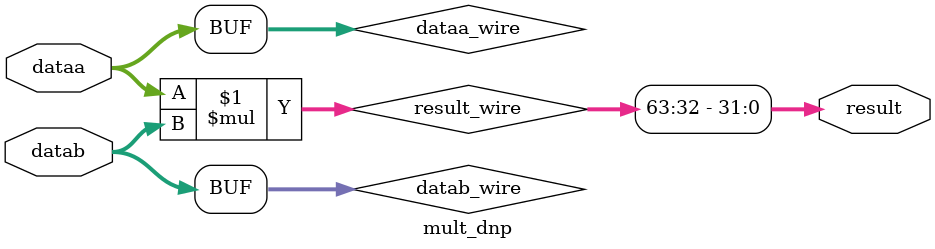
<source format=v>






//synthesis_resources = 
//synopsys translate_off
`timescale 1 ps / 1 ps
//synopsys translate_on
module  mult_dnp
	( 
	dataa,
	datab,
	result) /* synthesis synthesis_clearbox=1 */;
	input   [31:0]  dataa;
	input   [31:0]  datab;
	output   [31:0]  result;

	wire [31:0]    dataa_wire;
	wire [31:0]    datab_wire;
	wire [63:0]    result_wire;



	assign dataa_wire = dataa;
	assign datab_wire = datab;
	assign result_wire = dataa_wire * datab_wire;
	assign result = ({result_wire[63:32]});

endmodule //mult_dnp
//VALID FILE

</source>
